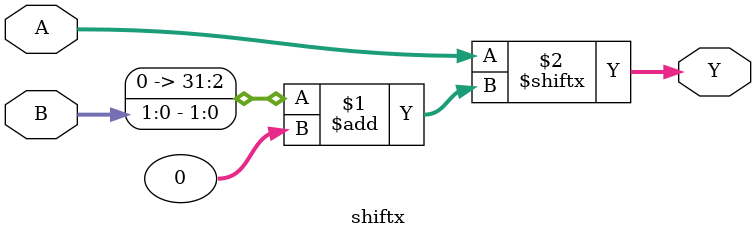
<source format=v>
module shiftx (A, B, Y);
    
    parameter A_SIGNED = 0;
    parameter B_SIGNED = 0;
    parameter A_WIDTH = 4;
    parameter B_WIDTH = 2;
    parameter Y_WIDTH = 4;
    
    input [A_WIDTH-1:0] A;
    input [B_WIDTH-1:0] B;
    output [Y_WIDTH-1:0] Y;
    
    generate
        if (Y_WIDTH > 0)
            if (B_SIGNED) begin:BLOCK1
                assign Y = A[$signed(B) +: Y_WIDTH];
            end else begin:BLOCK2
                assign Y = A[B +: Y_WIDTH];
            end
    endgenerate
    
endmodule
</source>
